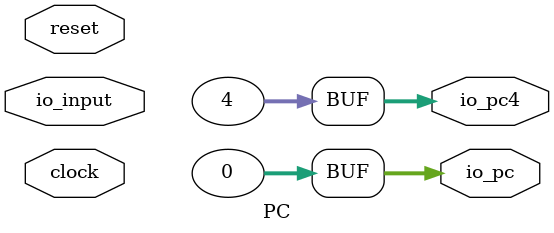
<source format=v>
module PC(
  input         clock,
  input         reset,
  input  [31:0] io_input,
  output [31:0] io_pc4,
  output [31:0] io_pc
);
  assign io_pc4 = 32'h4; // @[PC.scala 13:16]
  assign io_pc = 32'h0; // @[PC.scala 14:15]
endmodule

</source>
